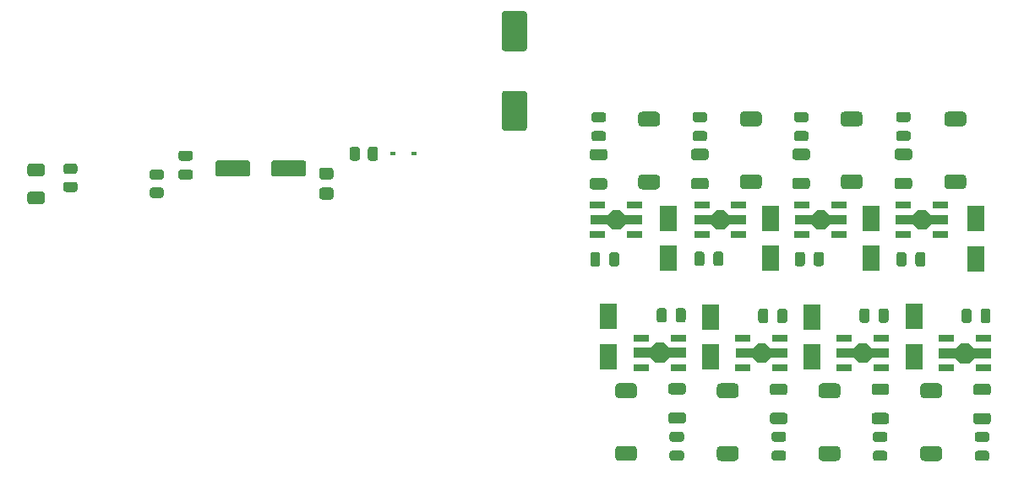
<source format=gtp>
G04 #@! TF.GenerationSoftware,KiCad,Pcbnew,5.1.12-84ad8e8a86~92~ubuntu20.04.1*
G04 #@! TF.CreationDate,2021-11-09T00:40:45+01:00*
G04 #@! TF.ProjectId,CC dimmer low voltage,43432064-696d-46d6-9572-206c6f772076,0.80*
G04 #@! TF.SameCoordinates,Original*
G04 #@! TF.FileFunction,Paste,Top*
G04 #@! TF.FilePolarity,Positive*
%FSLAX46Y46*%
G04 Gerber Fmt 4.6, Leading zero omitted, Abs format (unit mm)*
G04 Created by KiCad (PCBNEW 5.1.12-84ad8e8a86~92~ubuntu20.04.1) date 2021-11-09 00:40:45*
%MOMM*%
%LPD*%
G01*
G04 APERTURE LIST*
%ADD10R,1.800000X2.500000*%
%ADD11R,0.600000X0.450000*%
%ADD12C,0.150000*%
%ADD13R,1.500000X0.700000*%
G04 APERTURE END LIST*
G36*
G01*
X156132000Y-94510000D02*
X156132000Y-95460000D01*
G75*
G02*
X155882000Y-95710000I-250000J0D01*
G01*
X155382000Y-95710000D01*
G75*
G02*
X155132000Y-95460000I0J250000D01*
G01*
X155132000Y-94510000D01*
G75*
G02*
X155382000Y-94260000I250000J0D01*
G01*
X155882000Y-94260000D01*
G75*
G02*
X156132000Y-94510000I0J-250000D01*
G01*
G37*
G36*
G01*
X158032000Y-94510000D02*
X158032000Y-95460000D01*
G75*
G02*
X157782000Y-95710000I-250000J0D01*
G01*
X157282000Y-95710000D01*
G75*
G02*
X157032000Y-95460000I0J250000D01*
G01*
X157032000Y-94510000D01*
G75*
G02*
X157282000Y-94260000I250000J0D01*
G01*
X157782000Y-94260000D01*
G75*
G02*
X158032000Y-94510000I0J-250000D01*
G01*
G37*
G36*
G01*
X156457000Y-83115000D02*
X155507000Y-83115000D01*
G75*
G02*
X155257000Y-82865000I0J250000D01*
G01*
X155257000Y-82365000D01*
G75*
G02*
X155507000Y-82115000I250000J0D01*
G01*
X156457000Y-82115000D01*
G75*
G02*
X156707000Y-82365000I0J-250000D01*
G01*
X156707000Y-82865000D01*
G75*
G02*
X156457000Y-83115000I-250000J0D01*
G01*
G37*
G36*
G01*
X156457000Y-81215000D02*
X155507000Y-81215000D01*
G75*
G02*
X155257000Y-80965000I0J250000D01*
G01*
X155257000Y-80465000D01*
G75*
G02*
X155507000Y-80215000I250000J0D01*
G01*
X156457000Y-80215000D01*
G75*
G02*
X156707000Y-80465000I0J-250000D01*
G01*
X156707000Y-80965000D01*
G75*
G02*
X156457000Y-81215000I-250000J0D01*
G01*
G37*
G36*
G01*
X168462000Y-94460000D02*
X168462000Y-95410000D01*
G75*
G02*
X168212000Y-95660000I-250000J0D01*
G01*
X167712000Y-95660000D01*
G75*
G02*
X167462000Y-95410000I0J250000D01*
G01*
X167462000Y-94460000D01*
G75*
G02*
X167712000Y-94210000I250000J0D01*
G01*
X168212000Y-94210000D01*
G75*
G02*
X168462000Y-94460000I0J-250000D01*
G01*
G37*
G36*
G01*
X166562000Y-94460000D02*
X166562000Y-95410000D01*
G75*
G02*
X166312000Y-95660000I-250000J0D01*
G01*
X165812000Y-95660000D01*
G75*
G02*
X165562000Y-95410000I0J250000D01*
G01*
X165562000Y-94460000D01*
G75*
G02*
X165812000Y-94210000I250000J0D01*
G01*
X166312000Y-94210000D01*
G75*
G02*
X166562000Y-94460000I0J-250000D01*
G01*
G37*
G36*
G01*
X166597000Y-83105000D02*
X165647000Y-83105000D01*
G75*
G02*
X165397000Y-82855000I0J250000D01*
G01*
X165397000Y-82355000D01*
G75*
G02*
X165647000Y-82105000I250000J0D01*
G01*
X166597000Y-82105000D01*
G75*
G02*
X166847000Y-82355000I0J-250000D01*
G01*
X166847000Y-82855000D01*
G75*
G02*
X166597000Y-83105000I-250000J0D01*
G01*
G37*
G36*
G01*
X166597000Y-81205000D02*
X165647000Y-81205000D01*
G75*
G02*
X165397000Y-80955000I0J250000D01*
G01*
X165397000Y-80455000D01*
G75*
G02*
X165647000Y-80205000I250000J0D01*
G01*
X166597000Y-80205000D01*
G75*
G02*
X166847000Y-80455000I0J-250000D01*
G01*
X166847000Y-80955000D01*
G75*
G02*
X166597000Y-81205000I-250000J0D01*
G01*
G37*
G36*
G01*
X178532000Y-94480000D02*
X178532000Y-95430000D01*
G75*
G02*
X178282000Y-95680000I-250000J0D01*
G01*
X177782000Y-95680000D01*
G75*
G02*
X177532000Y-95430000I0J250000D01*
G01*
X177532000Y-94480000D01*
G75*
G02*
X177782000Y-94230000I250000J0D01*
G01*
X178282000Y-94230000D01*
G75*
G02*
X178532000Y-94480000I0J-250000D01*
G01*
G37*
G36*
G01*
X176632000Y-94480000D02*
X176632000Y-95430000D01*
G75*
G02*
X176382000Y-95680000I-250000J0D01*
G01*
X175882000Y-95680000D01*
G75*
G02*
X175632000Y-95430000I0J250000D01*
G01*
X175632000Y-94480000D01*
G75*
G02*
X175882000Y-94230000I250000J0D01*
G01*
X176382000Y-94230000D01*
G75*
G02*
X176632000Y-94480000I0J-250000D01*
G01*
G37*
G36*
G01*
X176757000Y-81205000D02*
X175807000Y-81205000D01*
G75*
G02*
X175557000Y-80955000I0J250000D01*
G01*
X175557000Y-80455000D01*
G75*
G02*
X175807000Y-80205000I250000J0D01*
G01*
X176757000Y-80205000D01*
G75*
G02*
X177007000Y-80455000I0J-250000D01*
G01*
X177007000Y-80955000D01*
G75*
G02*
X176757000Y-81205000I-250000J0D01*
G01*
G37*
G36*
G01*
X176757000Y-83105000D02*
X175807000Y-83105000D01*
G75*
G02*
X175557000Y-82855000I0J250000D01*
G01*
X175557000Y-82355000D01*
G75*
G02*
X175807000Y-82105000I250000J0D01*
G01*
X176757000Y-82105000D01*
G75*
G02*
X177007000Y-82355000I0J-250000D01*
G01*
X177007000Y-82855000D01*
G75*
G02*
X176757000Y-83105000I-250000J0D01*
G01*
G37*
G36*
G01*
X186812000Y-94510000D02*
X186812000Y-95460000D01*
G75*
G02*
X186562000Y-95710000I-250000J0D01*
G01*
X186062000Y-95710000D01*
G75*
G02*
X185812000Y-95460000I0J250000D01*
G01*
X185812000Y-94510000D01*
G75*
G02*
X186062000Y-94260000I250000J0D01*
G01*
X186562000Y-94260000D01*
G75*
G02*
X186812000Y-94510000I0J-250000D01*
G01*
G37*
G36*
G01*
X188712000Y-94510000D02*
X188712000Y-95460000D01*
G75*
G02*
X188462000Y-95710000I-250000J0D01*
G01*
X187962000Y-95710000D01*
G75*
G02*
X187712000Y-95460000I0J250000D01*
G01*
X187712000Y-94510000D01*
G75*
G02*
X187962000Y-94260000I250000J0D01*
G01*
X188462000Y-94260000D01*
G75*
G02*
X188712000Y-94510000I0J-250000D01*
G01*
G37*
G36*
G01*
X186987000Y-83095000D02*
X186037000Y-83095000D01*
G75*
G02*
X185787000Y-82845000I0J250000D01*
G01*
X185787000Y-82345000D01*
G75*
G02*
X186037000Y-82095000I250000J0D01*
G01*
X186987000Y-82095000D01*
G75*
G02*
X187237000Y-82345000I0J-250000D01*
G01*
X187237000Y-82845000D01*
G75*
G02*
X186987000Y-83095000I-250000J0D01*
G01*
G37*
G36*
G01*
X186987000Y-81195000D02*
X186037000Y-81195000D01*
G75*
G02*
X185787000Y-80945000I0J250000D01*
G01*
X185787000Y-80445000D01*
G75*
G02*
X186037000Y-80195000I250000J0D01*
G01*
X186987000Y-80195000D01*
G75*
G02*
X187237000Y-80445000I0J-250000D01*
G01*
X187237000Y-80945000D01*
G75*
G02*
X186987000Y-81195000I-250000J0D01*
G01*
G37*
G36*
G01*
X148532000Y-82075000D02*
X146532000Y-82075000D01*
G75*
G02*
X146282000Y-81825000I0J250000D01*
G01*
X146282000Y-78325000D01*
G75*
G02*
X146532000Y-78075000I250000J0D01*
G01*
X148532000Y-78075000D01*
G75*
G02*
X148782000Y-78325000I0J-250000D01*
G01*
X148782000Y-81825000D01*
G75*
G02*
X148532000Y-82075000I-250000J0D01*
G01*
G37*
G36*
G01*
X148532000Y-74075000D02*
X146532000Y-74075000D01*
G75*
G02*
X146282000Y-73825000I0J250000D01*
G01*
X146282000Y-70325000D01*
G75*
G02*
X146532000Y-70075000I250000J0D01*
G01*
X148532000Y-70075000D01*
G75*
G02*
X148782000Y-70325000I0J-250000D01*
G01*
X148782000Y-73825000D01*
G75*
G02*
X148532000Y-74075000I-250000J0D01*
G01*
G37*
G36*
G01*
X126657200Y-85311800D02*
X126657200Y-86411800D01*
G75*
G02*
X126407200Y-86661800I-250000J0D01*
G01*
X123407200Y-86661800D01*
G75*
G02*
X123157200Y-86411800I0J250000D01*
G01*
X123157200Y-85311800D01*
G75*
G02*
X123407200Y-85061800I250000J0D01*
G01*
X126407200Y-85061800D01*
G75*
G02*
X126657200Y-85311800I0J-250000D01*
G01*
G37*
G36*
G01*
X121057200Y-85311800D02*
X121057200Y-86411800D01*
G75*
G02*
X120807200Y-86661800I-250000J0D01*
G01*
X117807200Y-86661800D01*
G75*
G02*
X117557200Y-86411800I0J250000D01*
G01*
X117557200Y-85311800D01*
G75*
G02*
X117807200Y-85061800I250000J0D01*
G01*
X120807200Y-85061800D01*
G75*
G02*
X121057200Y-85311800I0J-250000D01*
G01*
G37*
G36*
G01*
X115063800Y-86981600D02*
X114113800Y-86981600D01*
G75*
G02*
X113863800Y-86731600I0J250000D01*
G01*
X113863800Y-86231600D01*
G75*
G02*
X114113800Y-85981600I250000J0D01*
G01*
X115063800Y-85981600D01*
G75*
G02*
X115313800Y-86231600I0J-250000D01*
G01*
X115313800Y-86731600D01*
G75*
G02*
X115063800Y-86981600I-250000J0D01*
G01*
G37*
G36*
G01*
X115063800Y-85081600D02*
X114113800Y-85081600D01*
G75*
G02*
X113863800Y-84831600I0J250000D01*
G01*
X113863800Y-84331600D01*
G75*
G02*
X114113800Y-84081600I250000J0D01*
G01*
X115063800Y-84081600D01*
G75*
G02*
X115313800Y-84331600I0J-250000D01*
G01*
X115313800Y-84831600D01*
G75*
G02*
X115063800Y-85081600I-250000J0D01*
G01*
G37*
D10*
X162932000Y-94865000D03*
X162932000Y-90865000D03*
X173202000Y-94885000D03*
X173202000Y-90885000D03*
X183272000Y-94875000D03*
X183272000Y-90875000D03*
X193742000Y-90905000D03*
X193742000Y-94905000D03*
D11*
X137457400Y-84388600D03*
X135357400Y-84388600D03*
G36*
G01*
X100227800Y-89436200D02*
X98977800Y-89436200D01*
G75*
G02*
X98727800Y-89186200I0J250000D01*
G01*
X98727800Y-88436200D01*
G75*
G02*
X98977800Y-88186200I250000J0D01*
G01*
X100227800Y-88186200D01*
G75*
G02*
X100477800Y-88436200I0J-250000D01*
G01*
X100477800Y-89186200D01*
G75*
G02*
X100227800Y-89436200I-250000J0D01*
G01*
G37*
G36*
G01*
X100227800Y-86636200D02*
X98977800Y-86636200D01*
G75*
G02*
X98727800Y-86386200I0J250000D01*
G01*
X98727800Y-85636200D01*
G75*
G02*
X98977800Y-85386200I250000J0D01*
G01*
X100227800Y-85386200D01*
G75*
G02*
X100477800Y-85636200I0J-250000D01*
G01*
X100477800Y-86386200D01*
G75*
G02*
X100227800Y-86636200I-250000J0D01*
G01*
G37*
G36*
G01*
X128235799Y-85776400D02*
X129135801Y-85776400D01*
G75*
G02*
X129385800Y-86026399I0J-249999D01*
G01*
X129385800Y-86726401D01*
G75*
G02*
X129135801Y-86976400I-249999J0D01*
G01*
X128235799Y-86976400D01*
G75*
G02*
X127985800Y-86726401I0J249999D01*
G01*
X127985800Y-86026399D01*
G75*
G02*
X128235799Y-85776400I249999J0D01*
G01*
G37*
G36*
G01*
X128235799Y-87776400D02*
X129135801Y-87776400D01*
G75*
G02*
X129385800Y-88026399I0J-249999D01*
G01*
X129385800Y-88726401D01*
G75*
G02*
X129135801Y-88976400I-249999J0D01*
G01*
X128235799Y-88976400D01*
G75*
G02*
X127985800Y-88726401I0J249999D01*
G01*
X127985800Y-88026399D01*
G75*
G02*
X128235799Y-87776400I249999J0D01*
G01*
G37*
G36*
G01*
X155336997Y-83910000D02*
X156587003Y-83910000D01*
G75*
G02*
X156837000Y-84159997I0J-249997D01*
G01*
X156837000Y-84785003D01*
G75*
G02*
X156587003Y-85035000I-249997J0D01*
G01*
X155336997Y-85035000D01*
G75*
G02*
X155087000Y-84785003I0J249997D01*
G01*
X155087000Y-84159997D01*
G75*
G02*
X155336997Y-83910000I249997J0D01*
G01*
G37*
G36*
G01*
X155336997Y-86835000D02*
X156587003Y-86835000D01*
G75*
G02*
X156837000Y-87084997I0J-249997D01*
G01*
X156837000Y-87710003D01*
G75*
G02*
X156587003Y-87960000I-249997J0D01*
G01*
X155336997Y-87960000D01*
G75*
G02*
X155087000Y-87710003I0J249997D01*
G01*
X155087000Y-87084997D01*
G75*
G02*
X155336997Y-86835000I249997J0D01*
G01*
G37*
G36*
G01*
X165486997Y-86815000D02*
X166737003Y-86815000D01*
G75*
G02*
X166987000Y-87064997I0J-249997D01*
G01*
X166987000Y-87690003D01*
G75*
G02*
X166737003Y-87940000I-249997J0D01*
G01*
X165486997Y-87940000D01*
G75*
G02*
X165237000Y-87690003I0J249997D01*
G01*
X165237000Y-87064997D01*
G75*
G02*
X165486997Y-86815000I249997J0D01*
G01*
G37*
G36*
G01*
X165486997Y-83890000D02*
X166737003Y-83890000D01*
G75*
G02*
X166987000Y-84139997I0J-249997D01*
G01*
X166987000Y-84765003D01*
G75*
G02*
X166737003Y-85015000I-249997J0D01*
G01*
X165486997Y-85015000D01*
G75*
G02*
X165237000Y-84765003I0J249997D01*
G01*
X165237000Y-84139997D01*
G75*
G02*
X165486997Y-83890000I249997J0D01*
G01*
G37*
G36*
G01*
X175646997Y-86805000D02*
X176897003Y-86805000D01*
G75*
G02*
X177147000Y-87054997I0J-249997D01*
G01*
X177147000Y-87680003D01*
G75*
G02*
X176897003Y-87930000I-249997J0D01*
G01*
X175646997Y-87930000D01*
G75*
G02*
X175397000Y-87680003I0J249997D01*
G01*
X175397000Y-87054997D01*
G75*
G02*
X175646997Y-86805000I249997J0D01*
G01*
G37*
G36*
G01*
X175646997Y-83880000D02*
X176897003Y-83880000D01*
G75*
G02*
X177147000Y-84129997I0J-249997D01*
G01*
X177147000Y-84755003D01*
G75*
G02*
X176897003Y-85005000I-249997J0D01*
G01*
X175646997Y-85005000D01*
G75*
G02*
X175397000Y-84755003I0J249997D01*
G01*
X175397000Y-84129997D01*
G75*
G02*
X175646997Y-83880000I249997J0D01*
G01*
G37*
G36*
G01*
X185886997Y-83880000D02*
X187137003Y-83880000D01*
G75*
G02*
X187387000Y-84129997I0J-249997D01*
G01*
X187387000Y-84755003D01*
G75*
G02*
X187137003Y-85005000I-249997J0D01*
G01*
X185886997Y-85005000D01*
G75*
G02*
X185637000Y-84755003I0J249997D01*
G01*
X185637000Y-84129997D01*
G75*
G02*
X185886997Y-83880000I249997J0D01*
G01*
G37*
G36*
G01*
X185886997Y-86805000D02*
X187137003Y-86805000D01*
G75*
G02*
X187387000Y-87054997I0J-249997D01*
G01*
X187387000Y-87680003D01*
G75*
G02*
X187137003Y-87930000I-249997J0D01*
G01*
X185886997Y-87930000D01*
G75*
G02*
X185637000Y-87680003I0J249997D01*
G01*
X185637000Y-87054997D01*
G75*
G02*
X185886997Y-86805000I249997J0D01*
G01*
G37*
G36*
G01*
X111243198Y-85960800D02*
X112143202Y-85960800D01*
G75*
G02*
X112393200Y-86210798I0J-249998D01*
G01*
X112393200Y-86735802D01*
G75*
G02*
X112143202Y-86985800I-249998J0D01*
G01*
X111243198Y-86985800D01*
G75*
G02*
X110993200Y-86735802I0J249998D01*
G01*
X110993200Y-86210798D01*
G75*
G02*
X111243198Y-85960800I249998J0D01*
G01*
G37*
G36*
G01*
X111243198Y-87785800D02*
X112143202Y-87785800D01*
G75*
G02*
X112393200Y-88035798I0J-249998D01*
G01*
X112393200Y-88560802D01*
G75*
G02*
X112143202Y-88810800I-249998J0D01*
G01*
X111243198Y-88810800D01*
G75*
G02*
X110993200Y-88560802I0J249998D01*
G01*
X110993200Y-88035798D01*
G75*
G02*
X111243198Y-87785800I249998J0D01*
G01*
G37*
G36*
G01*
X132045000Y-83938598D02*
X132045000Y-84838602D01*
G75*
G02*
X131795002Y-85088600I-249998J0D01*
G01*
X131269998Y-85088600D01*
G75*
G02*
X131020000Y-84838602I0J249998D01*
G01*
X131020000Y-83938598D01*
G75*
G02*
X131269998Y-83688600I249998J0D01*
G01*
X131795002Y-83688600D01*
G75*
G02*
X132045000Y-83938598I0J-249998D01*
G01*
G37*
G36*
G01*
X133870000Y-83938598D02*
X133870000Y-84838602D01*
G75*
G02*
X133620002Y-85088600I-249998J0D01*
G01*
X133094998Y-85088600D01*
G75*
G02*
X132845000Y-84838602I0J249998D01*
G01*
X132845000Y-83938598D01*
G75*
G02*
X133094998Y-83688600I249998J0D01*
G01*
X133620002Y-83688600D01*
G75*
G02*
X133870000Y-83938598I0J-249998D01*
G01*
G37*
G36*
G01*
X103481802Y-88226600D02*
X102581798Y-88226600D01*
G75*
G02*
X102331800Y-87976602I0J249998D01*
G01*
X102331800Y-87451598D01*
G75*
G02*
X102581798Y-87201600I249998J0D01*
G01*
X103481802Y-87201600D01*
G75*
G02*
X103731800Y-87451598I0J-249998D01*
G01*
X103731800Y-87976602D01*
G75*
G02*
X103481802Y-88226600I-249998J0D01*
G01*
G37*
G36*
G01*
X103481802Y-86401600D02*
X102581798Y-86401600D01*
G75*
G02*
X102331800Y-86151602I0J249998D01*
G01*
X102331800Y-85626598D01*
G75*
G02*
X102581798Y-85376600I249998J0D01*
G01*
X103481802Y-85376600D01*
G75*
G02*
X103731800Y-85626598I0J-249998D01*
G01*
X103731800Y-86151602D01*
G75*
G02*
X103481802Y-86401600I-249998J0D01*
G01*
G37*
D12*
G36*
X156832000Y-91515000D02*
G01*
X155132000Y-91515000D01*
X155132000Y-90515000D01*
X156832000Y-90515000D01*
X157332000Y-90015000D01*
X158132000Y-90015000D01*
X158632000Y-90515000D01*
X160332000Y-90515000D01*
X160332000Y-91515000D01*
X158632000Y-91515000D01*
X158132000Y-92015000D01*
X157332000Y-92015000D01*
X156832000Y-91515000D01*
G37*
D13*
X159582000Y-89515000D03*
X159582000Y-92515000D03*
X155882000Y-89515000D03*
X155882000Y-92515000D03*
D12*
G36*
X167262000Y-91515000D02*
G01*
X165562000Y-91515000D01*
X165562000Y-90515000D01*
X167262000Y-90515000D01*
X167762000Y-90015000D01*
X168562000Y-90015000D01*
X169062000Y-90515000D01*
X170762000Y-90515000D01*
X170762000Y-91515000D01*
X169062000Y-91515000D01*
X168562000Y-92015000D01*
X167762000Y-92015000D01*
X167262000Y-91515000D01*
G37*
D13*
X170012000Y-89515000D03*
X170012000Y-92515000D03*
X166312000Y-89515000D03*
X166312000Y-92515000D03*
D12*
G36*
X177322000Y-91505000D02*
G01*
X175622000Y-91505000D01*
X175622000Y-90505000D01*
X177322000Y-90505000D01*
X177822000Y-90005000D01*
X178622000Y-90005000D01*
X179122000Y-90505000D01*
X180822000Y-90505000D01*
X180822000Y-91505000D01*
X179122000Y-91505000D01*
X178622000Y-92005000D01*
X177822000Y-92005000D01*
X177322000Y-91505000D01*
G37*
D13*
X180072000Y-89505000D03*
X180072000Y-92505000D03*
X176372000Y-89505000D03*
X176372000Y-92505000D03*
D12*
G36*
X187472000Y-91505000D02*
G01*
X185772000Y-91505000D01*
X185772000Y-90505000D01*
X187472000Y-90505000D01*
X187972000Y-90005000D01*
X188772000Y-90005000D01*
X189272000Y-90505000D01*
X190972000Y-90505000D01*
X190972000Y-91505000D01*
X189272000Y-91505000D01*
X188772000Y-92005000D01*
X187972000Y-92005000D01*
X187472000Y-91505000D01*
G37*
D13*
X190222000Y-89505000D03*
X190222000Y-92505000D03*
X186522000Y-89505000D03*
X186522000Y-92505000D03*
G36*
G01*
X161757000Y-87965000D02*
X160307000Y-87965000D01*
G75*
G02*
X159932000Y-87590000I0J375000D01*
G01*
X159932000Y-86840000D01*
G75*
G02*
X160307000Y-86465000I375000J0D01*
G01*
X161757000Y-86465000D01*
G75*
G02*
X162132000Y-86840000I0J-375000D01*
G01*
X162132000Y-87590000D01*
G75*
G02*
X161757000Y-87965000I-375000J0D01*
G01*
G37*
G36*
G01*
X161757000Y-81665000D02*
X160307000Y-81665000D01*
G75*
G02*
X159932000Y-81290000I0J375000D01*
G01*
X159932000Y-80540000D01*
G75*
G02*
X160307000Y-80165000I375000J0D01*
G01*
X161757000Y-80165000D01*
G75*
G02*
X162132000Y-80540000I0J-375000D01*
G01*
X162132000Y-81290000D01*
G75*
G02*
X161757000Y-81665000I-375000J0D01*
G01*
G37*
G36*
G01*
X171957000Y-87945000D02*
X170507000Y-87945000D01*
G75*
G02*
X170132000Y-87570000I0J375000D01*
G01*
X170132000Y-86820000D01*
G75*
G02*
X170507000Y-86445000I375000J0D01*
G01*
X171957000Y-86445000D01*
G75*
G02*
X172332000Y-86820000I0J-375000D01*
G01*
X172332000Y-87570000D01*
G75*
G02*
X171957000Y-87945000I-375000J0D01*
G01*
G37*
G36*
G01*
X171957000Y-81645000D02*
X170507000Y-81645000D01*
G75*
G02*
X170132000Y-81270000I0J375000D01*
G01*
X170132000Y-80520000D01*
G75*
G02*
X170507000Y-80145000I375000J0D01*
G01*
X171957000Y-80145000D01*
G75*
G02*
X172332000Y-80520000I0J-375000D01*
G01*
X172332000Y-81270000D01*
G75*
G02*
X171957000Y-81645000I-375000J0D01*
G01*
G37*
G36*
G01*
X182047000Y-81645000D02*
X180597000Y-81645000D01*
G75*
G02*
X180222000Y-81270000I0J375000D01*
G01*
X180222000Y-80520000D01*
G75*
G02*
X180597000Y-80145000I375000J0D01*
G01*
X182047000Y-80145000D01*
G75*
G02*
X182422000Y-80520000I0J-375000D01*
G01*
X182422000Y-81270000D01*
G75*
G02*
X182047000Y-81645000I-375000J0D01*
G01*
G37*
G36*
G01*
X182047000Y-87945000D02*
X180597000Y-87945000D01*
G75*
G02*
X180222000Y-87570000I0J375000D01*
G01*
X180222000Y-86820000D01*
G75*
G02*
X180597000Y-86445000I375000J0D01*
G01*
X182047000Y-86445000D01*
G75*
G02*
X182422000Y-86820000I0J-375000D01*
G01*
X182422000Y-87570000D01*
G75*
G02*
X182047000Y-87945000I-375000J0D01*
G01*
G37*
G36*
G01*
X192437000Y-87955000D02*
X190987000Y-87955000D01*
G75*
G02*
X190612000Y-87580000I0J375000D01*
G01*
X190612000Y-86830000D01*
G75*
G02*
X190987000Y-86455000I375000J0D01*
G01*
X192437000Y-86455000D01*
G75*
G02*
X192812000Y-86830000I0J-375000D01*
G01*
X192812000Y-87580000D01*
G75*
G02*
X192437000Y-87955000I-375000J0D01*
G01*
G37*
G36*
G01*
X192437000Y-81655000D02*
X190987000Y-81655000D01*
G75*
G02*
X190612000Y-81280000I0J375000D01*
G01*
X190612000Y-80530000D01*
G75*
G02*
X190987000Y-80155000I375000J0D01*
G01*
X192437000Y-80155000D01*
G75*
G02*
X192812000Y-80530000I0J-375000D01*
G01*
X192812000Y-81280000D01*
G75*
G02*
X192437000Y-81655000I-375000J0D01*
G01*
G37*
G36*
G01*
X192342000Y-101140000D02*
X192342000Y-100190000D01*
G75*
G02*
X192592000Y-99940000I250000J0D01*
G01*
X193092000Y-99940000D01*
G75*
G02*
X193342000Y-100190000I0J-250000D01*
G01*
X193342000Y-101140000D01*
G75*
G02*
X193092000Y-101390000I-250000J0D01*
G01*
X192592000Y-101390000D01*
G75*
G02*
X192342000Y-101140000I0J250000D01*
G01*
G37*
G36*
G01*
X194242000Y-101140000D02*
X194242000Y-100190000D01*
G75*
G02*
X194492000Y-99940000I250000J0D01*
G01*
X194992000Y-99940000D01*
G75*
G02*
X195242000Y-100190000I0J-250000D01*
G01*
X195242000Y-101140000D01*
G75*
G02*
X194992000Y-101390000I-250000J0D01*
G01*
X194492000Y-101390000D01*
G75*
G02*
X194242000Y-101140000I0J250000D01*
G01*
G37*
G36*
G01*
X193917000Y-114205000D02*
X194867000Y-114205000D01*
G75*
G02*
X195117000Y-114455000I0J-250000D01*
G01*
X195117000Y-114955000D01*
G75*
G02*
X194867000Y-115205000I-250000J0D01*
G01*
X193917000Y-115205000D01*
G75*
G02*
X193667000Y-114955000I0J250000D01*
G01*
X193667000Y-114455000D01*
G75*
G02*
X193917000Y-114205000I250000J0D01*
G01*
G37*
G36*
G01*
X193917000Y-112305000D02*
X194867000Y-112305000D01*
G75*
G02*
X195117000Y-112555000I0J-250000D01*
G01*
X195117000Y-113055000D01*
G75*
G02*
X194867000Y-113305000I-250000J0D01*
G01*
X193917000Y-113305000D01*
G75*
G02*
X193667000Y-113055000I0J250000D01*
G01*
X193667000Y-112555000D01*
G75*
G02*
X193917000Y-112305000I250000J0D01*
G01*
G37*
G36*
G01*
X182122000Y-101100000D02*
X182122000Y-100150000D01*
G75*
G02*
X182372000Y-99900000I250000J0D01*
G01*
X182872000Y-99900000D01*
G75*
G02*
X183122000Y-100150000I0J-250000D01*
G01*
X183122000Y-101100000D01*
G75*
G02*
X182872000Y-101350000I-250000J0D01*
G01*
X182372000Y-101350000D01*
G75*
G02*
X182122000Y-101100000I0J250000D01*
G01*
G37*
G36*
G01*
X184022000Y-101100000D02*
X184022000Y-100150000D01*
G75*
G02*
X184272000Y-99900000I250000J0D01*
G01*
X184772000Y-99900000D01*
G75*
G02*
X185022000Y-100150000I0J-250000D01*
G01*
X185022000Y-101100000D01*
G75*
G02*
X184772000Y-101350000I-250000J0D01*
G01*
X184272000Y-101350000D01*
G75*
G02*
X184022000Y-101100000I0J250000D01*
G01*
G37*
G36*
G01*
X183707000Y-114205000D02*
X184657000Y-114205000D01*
G75*
G02*
X184907000Y-114455000I0J-250000D01*
G01*
X184907000Y-114955000D01*
G75*
G02*
X184657000Y-115205000I-250000J0D01*
G01*
X183707000Y-115205000D01*
G75*
G02*
X183457000Y-114955000I0J250000D01*
G01*
X183457000Y-114455000D01*
G75*
G02*
X183707000Y-114205000I250000J0D01*
G01*
G37*
G36*
G01*
X183707000Y-112305000D02*
X184657000Y-112305000D01*
G75*
G02*
X184907000Y-112555000I0J-250000D01*
G01*
X184907000Y-113055000D01*
G75*
G02*
X184657000Y-113305000I-250000J0D01*
G01*
X183707000Y-113305000D01*
G75*
G02*
X183457000Y-113055000I0J250000D01*
G01*
X183457000Y-112555000D01*
G75*
G02*
X183707000Y-112305000I250000J0D01*
G01*
G37*
G36*
G01*
X171972000Y-101140000D02*
X171972000Y-100190000D01*
G75*
G02*
X172222000Y-99940000I250000J0D01*
G01*
X172722000Y-99940000D01*
G75*
G02*
X172972000Y-100190000I0J-250000D01*
G01*
X172972000Y-101140000D01*
G75*
G02*
X172722000Y-101390000I-250000J0D01*
G01*
X172222000Y-101390000D01*
G75*
G02*
X171972000Y-101140000I0J250000D01*
G01*
G37*
G36*
G01*
X173872000Y-101140000D02*
X173872000Y-100190000D01*
G75*
G02*
X174122000Y-99940000I250000J0D01*
G01*
X174622000Y-99940000D01*
G75*
G02*
X174872000Y-100190000I0J-250000D01*
G01*
X174872000Y-101140000D01*
G75*
G02*
X174622000Y-101390000I-250000J0D01*
G01*
X174122000Y-101390000D01*
G75*
G02*
X173872000Y-101140000I0J250000D01*
G01*
G37*
G36*
G01*
X173557000Y-114195000D02*
X174507000Y-114195000D01*
G75*
G02*
X174757000Y-114445000I0J-250000D01*
G01*
X174757000Y-114945000D01*
G75*
G02*
X174507000Y-115195000I-250000J0D01*
G01*
X173557000Y-115195000D01*
G75*
G02*
X173307000Y-114945000I0J250000D01*
G01*
X173307000Y-114445000D01*
G75*
G02*
X173557000Y-114195000I250000J0D01*
G01*
G37*
G36*
G01*
X173557000Y-112295000D02*
X174507000Y-112295000D01*
G75*
G02*
X174757000Y-112545000I0J-250000D01*
G01*
X174757000Y-113045000D01*
G75*
G02*
X174507000Y-113295000I-250000J0D01*
G01*
X173557000Y-113295000D01*
G75*
G02*
X173307000Y-113045000I0J250000D01*
G01*
X173307000Y-112545000D01*
G75*
G02*
X173557000Y-112295000I250000J0D01*
G01*
G37*
G36*
G01*
X161792000Y-101080000D02*
X161792000Y-100130000D01*
G75*
G02*
X162042000Y-99880000I250000J0D01*
G01*
X162542000Y-99880000D01*
G75*
G02*
X162792000Y-100130000I0J-250000D01*
G01*
X162792000Y-101080000D01*
G75*
G02*
X162542000Y-101330000I-250000J0D01*
G01*
X162042000Y-101330000D01*
G75*
G02*
X161792000Y-101080000I0J250000D01*
G01*
G37*
G36*
G01*
X163692000Y-101080000D02*
X163692000Y-100130000D01*
G75*
G02*
X163942000Y-99880000I250000J0D01*
G01*
X164442000Y-99880000D01*
G75*
G02*
X164692000Y-100130000I0J-250000D01*
G01*
X164692000Y-101080000D01*
G75*
G02*
X164442000Y-101330000I-250000J0D01*
G01*
X163942000Y-101330000D01*
G75*
G02*
X163692000Y-101080000I0J250000D01*
G01*
G37*
G36*
G01*
X163327000Y-114195000D02*
X164277000Y-114195000D01*
G75*
G02*
X164527000Y-114445000I0J-250000D01*
G01*
X164527000Y-114945000D01*
G75*
G02*
X164277000Y-115195000I-250000J0D01*
G01*
X163327000Y-115195000D01*
G75*
G02*
X163077000Y-114945000I0J250000D01*
G01*
X163077000Y-114445000D01*
G75*
G02*
X163327000Y-114195000I250000J0D01*
G01*
G37*
G36*
G01*
X163327000Y-112295000D02*
X164277000Y-112295000D01*
G75*
G02*
X164527000Y-112545000I0J-250000D01*
G01*
X164527000Y-113045000D01*
G75*
G02*
X164277000Y-113295000I-250000J0D01*
G01*
X163327000Y-113295000D01*
G75*
G02*
X163077000Y-113045000I0J250000D01*
G01*
X163077000Y-112545000D01*
G75*
G02*
X163327000Y-112295000I250000J0D01*
G01*
G37*
D10*
X187562000Y-104725000D03*
X187562000Y-100725000D03*
X177372000Y-104755000D03*
X177372000Y-100755000D03*
X167192000Y-100755000D03*
X167192000Y-104755000D03*
X156902000Y-100735000D03*
X156902000Y-104735000D03*
G36*
G01*
X188577000Y-107425000D02*
X190027000Y-107425000D01*
G75*
G02*
X190402000Y-107800000I0J-375000D01*
G01*
X190402000Y-108550000D01*
G75*
G02*
X190027000Y-108925000I-375000J0D01*
G01*
X188577000Y-108925000D01*
G75*
G02*
X188202000Y-108550000I0J375000D01*
G01*
X188202000Y-107800000D01*
G75*
G02*
X188577000Y-107425000I375000J0D01*
G01*
G37*
G36*
G01*
X188577000Y-113725000D02*
X190027000Y-113725000D01*
G75*
G02*
X190402000Y-114100000I0J-375000D01*
G01*
X190402000Y-114850000D01*
G75*
G02*
X190027000Y-115225000I-375000J0D01*
G01*
X188577000Y-115225000D01*
G75*
G02*
X188202000Y-114850000I0J375000D01*
G01*
X188202000Y-114100000D01*
G75*
G02*
X188577000Y-113725000I375000J0D01*
G01*
G37*
G36*
G01*
X178377000Y-113725000D02*
X179827000Y-113725000D01*
G75*
G02*
X180202000Y-114100000I0J-375000D01*
G01*
X180202000Y-114850000D01*
G75*
G02*
X179827000Y-115225000I-375000J0D01*
G01*
X178377000Y-115225000D01*
G75*
G02*
X178002000Y-114850000I0J375000D01*
G01*
X178002000Y-114100000D01*
G75*
G02*
X178377000Y-113725000I375000J0D01*
G01*
G37*
G36*
G01*
X178377000Y-107425000D02*
X179827000Y-107425000D01*
G75*
G02*
X180202000Y-107800000I0J-375000D01*
G01*
X180202000Y-108550000D01*
G75*
G02*
X179827000Y-108925000I-375000J0D01*
G01*
X178377000Y-108925000D01*
G75*
G02*
X178002000Y-108550000I0J375000D01*
G01*
X178002000Y-107800000D01*
G75*
G02*
X178377000Y-107425000I375000J0D01*
G01*
G37*
G36*
G01*
X168187000Y-107425000D02*
X169637000Y-107425000D01*
G75*
G02*
X170012000Y-107800000I0J-375000D01*
G01*
X170012000Y-108550000D01*
G75*
G02*
X169637000Y-108925000I-375000J0D01*
G01*
X168187000Y-108925000D01*
G75*
G02*
X167812000Y-108550000I0J375000D01*
G01*
X167812000Y-107800000D01*
G75*
G02*
X168187000Y-107425000I375000J0D01*
G01*
G37*
G36*
G01*
X168187000Y-113725000D02*
X169637000Y-113725000D01*
G75*
G02*
X170012000Y-114100000I0J-375000D01*
G01*
X170012000Y-114850000D01*
G75*
G02*
X169637000Y-115225000I-375000J0D01*
G01*
X168187000Y-115225000D01*
G75*
G02*
X167812000Y-114850000I0J375000D01*
G01*
X167812000Y-114100000D01*
G75*
G02*
X168187000Y-113725000I375000J0D01*
G01*
G37*
G36*
G01*
X157997000Y-113715000D02*
X159447000Y-113715000D01*
G75*
G02*
X159822000Y-114090000I0J-375000D01*
G01*
X159822000Y-114840000D01*
G75*
G02*
X159447000Y-115215000I-375000J0D01*
G01*
X157997000Y-115215000D01*
G75*
G02*
X157622000Y-114840000I0J375000D01*
G01*
X157622000Y-114090000D01*
G75*
G02*
X157997000Y-113715000I375000J0D01*
G01*
G37*
G36*
G01*
X157997000Y-107415000D02*
X159447000Y-107415000D01*
G75*
G02*
X159822000Y-107790000I0J-375000D01*
G01*
X159822000Y-108540000D01*
G75*
G02*
X159447000Y-108915000I-375000J0D01*
G01*
X157997000Y-108915000D01*
G75*
G02*
X157622000Y-108540000I0J375000D01*
G01*
X157622000Y-107790000D01*
G75*
G02*
X157997000Y-107415000I375000J0D01*
G01*
G37*
G36*
G01*
X195017002Y-111530000D02*
X193766998Y-111530000D01*
G75*
G02*
X193517000Y-111280002I0J249998D01*
G01*
X193517000Y-110654998D01*
G75*
G02*
X193766998Y-110405000I249998J0D01*
G01*
X195017002Y-110405000D01*
G75*
G02*
X195267000Y-110654998I0J-249998D01*
G01*
X195267000Y-111280002D01*
G75*
G02*
X195017002Y-111530000I-249998J0D01*
G01*
G37*
G36*
G01*
X195017002Y-108605000D02*
X193766998Y-108605000D01*
G75*
G02*
X193517000Y-108355002I0J249998D01*
G01*
X193517000Y-107729998D01*
G75*
G02*
X193766998Y-107480000I249998J0D01*
G01*
X195017002Y-107480000D01*
G75*
G02*
X195267000Y-107729998I0J-249998D01*
G01*
X195267000Y-108355002D01*
G75*
G02*
X195017002Y-108605000I-249998J0D01*
G01*
G37*
G36*
G01*
X184827002Y-108595000D02*
X183576998Y-108595000D01*
G75*
G02*
X183327000Y-108345002I0J249998D01*
G01*
X183327000Y-107719998D01*
G75*
G02*
X183576998Y-107470000I249998J0D01*
G01*
X184827002Y-107470000D01*
G75*
G02*
X185077000Y-107719998I0J-249998D01*
G01*
X185077000Y-108345002D01*
G75*
G02*
X184827002Y-108595000I-249998J0D01*
G01*
G37*
G36*
G01*
X184827002Y-111520000D02*
X183576998Y-111520000D01*
G75*
G02*
X183327000Y-111270002I0J249998D01*
G01*
X183327000Y-110644998D01*
G75*
G02*
X183576998Y-110395000I249998J0D01*
G01*
X184827002Y-110395000D01*
G75*
G02*
X185077000Y-110644998I0J-249998D01*
G01*
X185077000Y-111270002D01*
G75*
G02*
X184827002Y-111520000I-249998J0D01*
G01*
G37*
G36*
G01*
X174637002Y-108595000D02*
X173386998Y-108595000D01*
G75*
G02*
X173137000Y-108345002I0J249998D01*
G01*
X173137000Y-107719998D01*
G75*
G02*
X173386998Y-107470000I249998J0D01*
G01*
X174637002Y-107470000D01*
G75*
G02*
X174887000Y-107719998I0J-249998D01*
G01*
X174887000Y-108345002D01*
G75*
G02*
X174637002Y-108595000I-249998J0D01*
G01*
G37*
G36*
G01*
X174637002Y-111520000D02*
X173386998Y-111520000D01*
G75*
G02*
X173137000Y-111270002I0J249998D01*
G01*
X173137000Y-110644998D01*
G75*
G02*
X173386998Y-110395000I249998J0D01*
G01*
X174637002Y-110395000D01*
G75*
G02*
X174887000Y-110644998I0J-249998D01*
G01*
X174887000Y-111270002D01*
G75*
G02*
X174637002Y-111520000I-249998J0D01*
G01*
G37*
G36*
G01*
X164467002Y-111470000D02*
X163216998Y-111470000D01*
G75*
G02*
X162967000Y-111220002I0J249998D01*
G01*
X162967000Y-110594998D01*
G75*
G02*
X163216998Y-110345000I249998J0D01*
G01*
X164467002Y-110345000D01*
G75*
G02*
X164717000Y-110594998I0J-249998D01*
G01*
X164717000Y-111220002D01*
G75*
G02*
X164467002Y-111470000I-249998J0D01*
G01*
G37*
G36*
G01*
X164467002Y-108545000D02*
X163216998Y-108545000D01*
G75*
G02*
X162967000Y-108295002I0J249998D01*
G01*
X162967000Y-107669998D01*
G75*
G02*
X163216998Y-107420000I249998J0D01*
G01*
X164467002Y-107420000D01*
G75*
G02*
X164717000Y-107669998I0J-249998D01*
G01*
X164717000Y-108295002D01*
G75*
G02*
X164467002Y-108545000I-249998J0D01*
G01*
G37*
D13*
X194522000Y-102905000D03*
X194522000Y-105905000D03*
X190822000Y-102905000D03*
X190822000Y-105905000D03*
D12*
G36*
X193572000Y-103905000D02*
G01*
X195272000Y-103905000D01*
X195272000Y-104905000D01*
X193572000Y-104905000D01*
X193072000Y-105405000D01*
X192272000Y-105405000D01*
X191772000Y-104905000D01*
X190072000Y-104905000D01*
X190072000Y-103905000D01*
X191772000Y-103905000D01*
X192272000Y-103405000D01*
X193072000Y-103405000D01*
X193572000Y-103905000D01*
G37*
G36*
X183342000Y-103885000D02*
G01*
X185042000Y-103885000D01*
X185042000Y-104885000D01*
X183342000Y-104885000D01*
X182842000Y-105385000D01*
X182042000Y-105385000D01*
X181542000Y-104885000D01*
X179842000Y-104885000D01*
X179842000Y-103885000D01*
X181542000Y-103885000D01*
X182042000Y-103385000D01*
X182842000Y-103385000D01*
X183342000Y-103885000D01*
G37*
D13*
X180592000Y-105885000D03*
X180592000Y-102885000D03*
X184292000Y-105885000D03*
X184292000Y-102885000D03*
X174142000Y-102885000D03*
X174142000Y-105885000D03*
X170442000Y-102885000D03*
X170442000Y-105885000D03*
D12*
G36*
X173192000Y-103885000D02*
G01*
X174892000Y-103885000D01*
X174892000Y-104885000D01*
X173192000Y-104885000D01*
X172692000Y-105385000D01*
X171892000Y-105385000D01*
X171392000Y-104885000D01*
X169692000Y-104885000D01*
X169692000Y-103885000D01*
X171392000Y-103885000D01*
X171892000Y-103385000D01*
X172692000Y-103385000D01*
X173192000Y-103885000D01*
G37*
G36*
X163002000Y-103865000D02*
G01*
X164702000Y-103865000D01*
X164702000Y-104865000D01*
X163002000Y-104865000D01*
X162502000Y-105365000D01*
X161702000Y-105365000D01*
X161202000Y-104865000D01*
X159502000Y-104865000D01*
X159502000Y-103865000D01*
X161202000Y-103865000D01*
X161702000Y-103365000D01*
X162502000Y-103365000D01*
X163002000Y-103865000D01*
G37*
D13*
X160252000Y-105865000D03*
X160252000Y-102865000D03*
X163952000Y-105865000D03*
X163952000Y-102865000D03*
M02*

</source>
